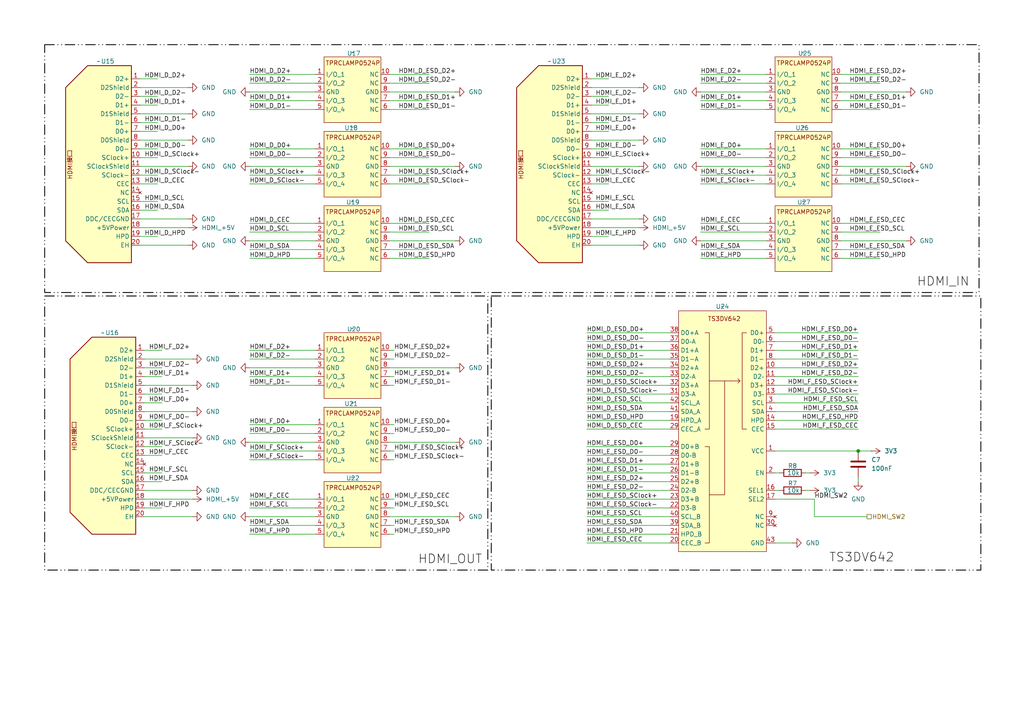
<source format=kicad_sch>
(kicad_sch (version 20231120) (generator "eeschema") (generator_version "8.0")
  (paper "A4")
  (lib_symbols
    (symbol "Device:C" (pin_numbers hide) (pin_names (offset 0.254))
      (property "Reference" "C" (at 0.635 2.54 0))
      (property "Value" "C" (at 0.635 -2.54 0))
      (symbol "C_0_1"
        (polyline (pts (xy -2.032 -0.762) (xy 2.032 -0.762)) (stroke (width 0.508)))
        (polyline (pts (xy -2.032 0.762) (xy 2.032 0.762)) (stroke (width 0.508)))
      )
      (symbol "C_1_1"
        (pin passive line (at 0 3.81 270) (length 2.794) (name "~") (number "1"))
        (pin passive line (at 0 -3.81 90) (length 2.794) (name "~") (number "2"))
      )
    )
    (symbol "Device:R" (pin_numbers hide) (pin_names (offset 0))
      (property "Reference" "R" (at 2.032 0 90))
      (property "Value" "R" (at 0 0 90))
      (symbol "R_0_1"
        (rectangle (start -1.016 -2.54) (end 1.016 2.54) (stroke (width 0.254)))
      )
      (symbol "R_1_1"
        (pin passive line (at 0 3.81 270) (length 1.27) (name "~") (number "1"))
        (pin passive line (at 0 -3.81 90) (length 1.27) (name "~") (number "2"))
      )
    )
    (symbol "HdmiSwitch:HDMI-001C"
      (property "Reference" "U" (at -0.254 2.286 0))
      (symbol "HDMI-001C_1_1"
        (polyline (pts (xy 0 0) (xy 12.7 0) (xy 19.05 -6.35) (xy 19.05 -50.8) (xy 12.7 -57.15) (xy 0 -57.15) (xy 0 0)) (stroke (width 0.254)) (fill (type background)))
        (text "HDMI接口" (at 17.78 -28.702 900) (effects (font (size 1.27 1.27))))
        (pin passive line (at -2.54 -3.81 0) (length 2.54) (name "D2+") (number "1"))
        (pin passive line (at -2.54 -26.67 0) (length 2.54) (name "SClock+") (number "10"))
        (pin passive line (at -2.54 -29.21 0) (length 2.54) (name "SClockShield") (number "11"))
        (pin passive line (at -2.54 -31.75 0) (length 2.54) (name "SClock-") (number "12"))
        (pin passive line (at -2.54 -34.29 0) (length 2.54) (name "CEC") (number "13"))
        (pin no_connect line (at -2.54 -36.83 0) (length 2.54) (name "NC") (number "14"))
        (pin passive line (at -2.54 -39.37 0) (length 2.54) (name "SCL") (number "15"))
        (pin passive line (at -2.54 -41.91 0) (length 2.54) (name "SDA") (number "16"))
        (pin power_in line (at -2.54 -44.45 0) (length 2.54) (name "DDC/CECGND") (number "17"))
        (pin power_in line (at -2.54 -46.99 0) (length 2.54) (name "+5VPower") (number "18"))
        (pin passive line (at -2.54 -49.53 0) (length 2.54) (name "HPD") (number "19"))
        (pin passive line (at -2.54 -6.35 0) (length 2.54) (name "D2Shield") (number "2"))
        (pin power_in line (at -2.54 -52.07 0) (length 2.54) (name "EH") (number "20"))
        (pin passive line (at -2.54 -8.89 0) (length 2.54) (name "D2-") (number "3"))
        (pin passive line (at -2.54 -11.43 0) (length 2.54) (name "D1+") (number "4"))
        (pin passive line (at -2.54 -13.97 0) (length 2.54) (name "D1Shield") (number "5"))
        (pin passive line (at -2.54 -16.51 0) (length 2.54) (name "D1-") (number "6"))
        (pin passive line (at -2.54 -19.05 0) (length 2.54) (name "D0+") (number "7"))
        (pin passive line (at -2.54 -21.59 0) (length 2.54) (name "D0Shield") (number "8"))
        (pin passive line (at -2.54 -24.13 0) (length 2.54) (name "D0-") (number "9"))
      )
    )
    (symbol "HdmiSwitch:TPRCLAMP0524P"
      (property "Reference" "U" (at 7.874 0.762 0))
      (symbol "TPRCLAMP0524P_1_1"
        (rectangle (start 0 0) (end 16.51 -19.05) (fill (type background)))
        (text "TPRCLAMP0524P" (at 8.382 -1.778 0) (effects (font (size 1.27 1.27))))
        (pin passive line (at -2.54 -5.08 0) (length 2.54) (name "I/O_1") (number "1"))
        (pin passive line (at 19.05 -5.08 180) (length 2.54) (name "NC") (number "10"))
        (pin passive line (at -2.54 -7.62 0) (length 2.54) (name "I/O_2") (number "2"))
        (pin power_in line (at -2.54 -10.16 0) (length 2.54) (name "GND") (number "3"))
        (pin passive line (at -2.54 -12.7 0) (length 2.54) (name "I/O_3") (number "4"))
        (pin passive line (at -2.54 -15.24 0) (length 2.54) (name "I/O_4") (number "5"))
        (pin passive line (at 19.05 -15.24 180) (length 2.54) (name "NC") (number "6"))
        (pin passive line (at 19.05 -12.7 180) (length 2.54) (name "NC") (number "7"))
        (pin passive line (at 19.05 -10.16 180) (length 2.54) (name "GND") (number "8"))
        (pin passive line (at 19.05 -7.62 180) (length 2.54) (name "NC") (number "9"))
      )
    )
    (symbol "HdmiSwitch:TS3DV642"
      (property "Reference" "U" (at 0 1.524 0))
      (symbol "TS3DV642_0_1"
        (polyline (pts (xy 8.89 -20.32) (xy 13.335 -20.32)))
        (polyline (pts (xy 15.24 -20.32) (xy 17.145 -20.32)))
        (polyline (pts (xy 17.145 -20.32) (xy 17.78 -20.32)))
        (polyline (pts (xy 17.78 -20.32) (xy 17.145 -20.955)))
        (polyline (pts (xy 17.78 -20.32) (xy 17.145 -19.685)))
        (polyline (pts (xy 8.89 -53.34) (xy 13.335 -53.34) (xy 13.335 -20.32) (xy 15.24 -20.32)))
      )
      (symbol "TS3DV642_1_1"
        (polyline (pts (xy 7.62 -39.37) (xy 8.89 -39.37) (xy 8.89 -67.31) (xy 7.62 -67.31)))
        (polyline (pts (xy 7.62 -6.35) (xy 8.89 -6.35) (xy 8.89 -34.29) (xy 7.62 -34.29)))
        (polyline (pts (xy 19.685 -6.35) (xy 18.415 -6.35) (xy 18.415 -34.29) (xy 19.685 -34.29)))
        (rectangle (start 0 0) (end 25.4 -69.85) (fill (type background)))
        (rectangle (start 8.89 -10.795) (end 8.89 -10.795))
        (text "TS3DV642" (at 13.208 -2.286 0) (effects (font (size 1.27 1.27))))
        (pin power_in line (at 27.94 -40.64 180) (length 2.54) (name "VCC") (number "1"))
        (pin passive line (at 27.94 -16.51 180) (length 2.54) (name "D2+") (number "10"))
        (pin passive line (at 27.94 -19.05 180) (length 2.54) (name "D2–") (number "11"))
        (pin passive line (at 27.94 -21.59 180) (length 2.54) (name "D3+") (number "12"))
        (pin passive line (at 27.94 -24.13 180) (length 2.54) (name "D3–") (number "13"))
        (pin passive line (at 27.94 -31.75 180) (length 2.54) (name "HPD") (number "14"))
        (pin passive line (at 27.94 -34.29 180) (length 2.54) (name "CEC") (number "15"))
        (pin passive line (at 27.94 -52.07 180) (length 2.54) (name "SEL1") (number "16"))
        (pin passive line (at 27.94 -54.61 180) (length 2.54) (name "SEL2") (number "17"))
        (pin passive line (at -2.54 -31.75 0) (length 2.54) (name "HPD_A") (number "19"))
        (pin passive line (at 27.94 -46.99 180) (length 2.54) (name "EN") (number "2"))
        (pin passive line (at -2.54 -67.31 0) (length 2.54) (name "CEC_B") (number "20"))
        (pin passive line (at -2.54 -64.77 0) (length 2.54) (name "HPD_B") (number "21"))
        (pin passive line (at -2.54 -57.15 0) (length 2.54) (name "D3–B") (number "22"))
        (pin passive line (at -2.54 -54.61 0) (length 2.54) (name "D3+B") (number "23"))
        (pin passive line (at -2.54 -52.07 0) (length 2.54) (name "D2–B") (number "24"))
        (pin passive line (at -2.54 -49.53 0) (length 2.54) (name "D2+B") (number "25"))
        (pin passive line (at -2.54 -46.99 0) (length 2.54) (name "D1-B") (number "26"))
        (pin passive line (at -2.54 -44.45 0) (length 2.54) (name "D1+B") (number "27"))
        (pin passive line (at -2.54 -41.91 0) (length 2.54) (name "D0–B") (number "28"))
        (pin passive line (at -2.54 -34.29 0) (length 2.54) (name "CEC_A") (number "29"))
        (pin passive line (at -2.54 -39.37 0) (length 2.54) (name "D0+B") (number "29"))
        (pin passive line (at 27.94 -26.67 180) (length 2.54) (name "SCL") (number "3"))
        (pin no_connect line (at 27.94 -62.23 180) (length 2.54) (name "NC") (number "30"))
        (pin passive line (at -2.54 -24.13 0) (length 2.54) (name "D3–A") (number "31"))
        (pin passive line (at -2.54 -21.59 0) (length 2.54) (name "D3+A") (number "32"))
        (pin passive line (at -2.54 -19.05 0) (length 2.54) (name "D2–A") (number "33"))
        (pin passive line (at -2.54 -16.51 0) (length 2.54) (name "D2+A") (number "34"))
        (pin passive line (at -2.54 -13.97 0) (length 2.54) (name "D1-A") (number "35"))
        (pin passive line (at -2.54 -11.43 0) (length 2.54) (name "D1+A") (number "36"))
        (pin passive line (at -2.54 -8.89 0) (length 2.54) (name "D0–A") (number "37"))
        (pin passive line (at -2.54 -6.35 0) (length 2.54) (name "D0+A") (number "38"))
        (pin passive line (at -2.54 -62.23 0) (length 2.54) (name "SDA_B") (number "39"))
        (pin passive line (at 27.94 -29.21 180) (length 2.54) (name "SDA") (number "4"))
        (pin passive line (at -2.54 -59.69 0) (length 2.54) (name "SCL_B") (number "40"))
        (pin passive line (at -2.54 -29.21 0) (length 2.54) (name "SDA_A") (number "41"))
        (pin passive line (at -2.54 -26.67 0) (length 2.54) (name "SCL_A") (number "42"))
        (pin power_in line (at 27.94 -67.31 180) (length 2.54) (name "GND") (number "43"))
        (pin passive line (at 27.94 -6.35 180) (length 2.54) (name "D0+") (number "5"))
        (pin passive line (at 27.94 -8.89 180) (length 2.54) (name "D0–") (number "6"))
        (pin passive line (at 27.94 -11.43 180) (length 2.54) (name "D1+") (number "7"))
        (pin passive line (at 27.94 -13.97 180) (length 2.54) (name "D1-") (number "8"))
        (pin no_connect line (at 27.94 -59.69 180) (length 2.54) (name "NC") (number "9"))
      )
    )
    (symbol "power:GND" (power) (pin_numbers hide) (pin_names (offset 0) hide)
      (property "Value" "GND" (at 0 -3.81 0))
      (symbol "GND_0_1"
        (polyline (pts (xy 0 0) (xy 0 -1.27) (xy 1.27 -1.27) (xy 0 -2.54) (xy -1.27 -1.27) (xy 0 -1.27)))
      )
      (symbol "GND_1_1"
        (pin power_in line (at 0 0 270) (length 0) (name "~") (number "1"))
      )
    )
    (symbol "power:VCC" (power) (pin_numbers hide) (pin_names (offset 0) hide)
      (property "Value" "VCC" (at 0 3.556 0))
      (symbol "VCC_0_1"
        (polyline (pts (xy -0.762 1.27) (xy 0 2.54)))
        (polyline (pts (xy 0 0) (xy 0 2.54)))
        (polyline (pts (xy 0 2.54) (xy 0.762 1.27)))
      )
      (symbol "VCC_1_1"
        (pin power_in line (at 0 0 90) (length 0) (name "~") (number "1"))
      )
    )
  )
  (junction (at 248.92 130.81))
  (wire (pts (xy 171.45 68.58) (xy 176.53 68.58)))
  (wire (pts (xy 40.64 50.8) (xy 45.72 50.8)))
  (wire (pts (xy 113.03 72.39) (xy 124.46 72.39)))
  (wire (pts (xy 114.3 125.73) (xy 113.03 125.73)))
  (wire (pts (xy 222.25 69.85) (xy 203.2 69.85)))
  (wire (pts (xy 41.91 114.3) (xy 46.99 114.3)))
  (wire (pts (xy 41.91 101.6) (xy 46.99 101.6)))
  (wire (pts (xy 248.92 106.68) (xy 224.79 106.68)))
  (wire (pts (xy 40.64 43.18) (xy 45.72 43.18)))
  (wire (pts (xy 72.39 111.76) (xy 91.44 111.76)))
  (wire (pts (xy 72.39 45.72) (xy 91.44 45.72)))
  (wire (pts (xy 41.91 137.16) (xy 46.99 137.16)))
  (wire (pts (xy 114.3 104.14) (xy 113.03 104.14)))
  (wire (pts (xy 72.39 101.6) (xy 91.44 101.6)))
  (wire (pts (xy 171.45 66.04) (xy 185.42 66.04)))
  (wire (pts (xy 203.2 24.13) (xy 222.25 24.13)))
  (wire (pts (xy 170.18 99.06) (xy 194.31 99.06)))
  (wire (pts (xy 222.25 26.67) (xy 203.2 26.67)))
  (wire (pts (xy 170.18 137.16) (xy 194.31 137.16)))
  (wire (pts (xy 171.45 53.34) (xy 176.53 53.34)))
  (wire (pts (xy 248.92 121.92) (xy 224.79 121.92)))
  (wire (pts (xy 226.06 137.16) (xy 224.79 137.16)))
  (wire (pts (xy 203.2 45.72) (xy 222.25 45.72)))
  (wire (pts (xy 171.45 63.5) (xy 185.42 63.5)))
  (wire (pts (xy 248.92 101.6) (xy 224.79 101.6)))
  (wire (pts (xy 113.03 31.75) (xy 124.46 31.75)))
  (wire (pts (xy 170.18 149.86) (xy 194.31 149.86)))
  (wire (pts (xy 114.3 109.22) (xy 113.03 109.22)))
  (wire (pts (xy 113.03 21.59) (xy 124.46 21.59)))
  (wire (pts (xy 170.18 101.6) (xy 194.31 101.6)))
  (wire (pts (xy 113.03 43.18) (xy 124.46 43.18)))
  (wire (pts (xy 170.18 142.24) (xy 194.31 142.24)))
  (wire (pts (xy 243.84 64.77) (xy 255.27 64.77)))
  (wire (pts (xy 243.84 26.67) (xy 262.89 26.67)))
  (wire (pts (xy 41.91 139.7) (xy 46.99 139.7)))
  (wire (pts (xy 113.03 69.85) (xy 132.08 69.85)))
  (wire (pts (xy 41.91 104.14) (xy 55.88 104.14)))
  (wire (pts (xy 248.92 114.3) (xy 224.79 114.3)))
  (wire (pts (xy 171.45 48.26) (xy 185.42 48.26)))
  (wire (pts (xy 113.03 64.77) (xy 124.46 64.77)))
  (wire (pts (xy 72.39 53.34) (xy 91.44 53.34)))
  (wire (pts (xy 170.18 157.48) (xy 194.31 157.48)))
  (wire (pts (xy 40.64 68.58) (xy 45.72 68.58)))
  (wire (pts (xy 248.92 109.22) (xy 224.79 109.22)))
  (wire (pts (xy 114.3 147.32) (xy 113.03 147.32)))
  (wire (pts (xy 170.18 152.4) (xy 194.31 152.4)))
  (wire (pts (xy 170.18 129.54) (xy 194.31 129.54)))
  (wire (pts (xy 41.91 106.68) (xy 46.99 106.68)))
  (wire (pts (xy 40.64 27.94) (xy 45.72 27.94)))
  (wire (pts (xy 72.39 74.93) (xy 91.44 74.93)))
  (wire (pts (xy 91.44 106.68) (xy 72.39 106.68)))
  (wire (pts (xy 72.39 152.4) (xy 91.44 152.4)))
  (wire (pts (xy 248.92 130.81) (xy 252.73 130.81)))
  (wire (pts (xy 170.18 119.38) (xy 194.31 119.38)))
  (wire (pts (xy 233.68 137.16) (xy 234.95 137.16)))
  (wire (pts (xy 203.2 43.18) (xy 222.25 43.18)))
  (wire (pts (xy 40.64 33.02) (xy 54.61 33.02)))
  (wire (pts (xy 41.91 149.86) (xy 55.88 149.86)))
  (wire (pts (xy 40.64 60.96) (xy 45.72 60.96)))
  (wire (pts (xy 171.45 33.02) (xy 185.42 33.02)))
  (wire (pts (xy 243.84 50.8) (xy 255.27 50.8)))
  (wire (pts (xy 243.84 21.59) (xy 255.27 21.59)))
  (wire (pts (xy 41.91 109.22) (xy 46.99 109.22)))
  (wire (pts (xy 171.45 40.64) (xy 185.42 40.64)))
  (wire (pts (xy 91.44 26.67) (xy 72.39 26.67)))
  (wire (pts (xy 113.03 45.72) (xy 124.46 45.72)))
  (wire (pts (xy 72.39 64.77) (xy 91.44 64.77)))
  (wire (pts (xy 41.91 111.76) (xy 55.88 111.76)))
  (wire (pts (xy 114.3 154.94) (xy 113.03 154.94)))
  (wire (pts (xy 41.91 144.78) (xy 55.88 144.78)))
  (wire (pts (xy 72.39 133.35) (xy 91.44 133.35)))
  (wire (pts (xy 72.39 104.14) (xy 91.44 104.14)))
  (wire (pts (xy 72.39 43.18) (xy 91.44 43.18)))
  (wire (pts (xy 40.64 25.4) (xy 54.61 25.4)))
  (wire (pts (xy 113.03 26.67) (xy 132.08 26.67)))
  (wire (pts (xy 170.18 109.22) (xy 194.31 109.22)))
  (wire (pts (xy 171.45 35.56) (xy 176.53 35.56)))
  (wire (pts (xy 40.64 30.48) (xy 45.72 30.48)))
  (wire (pts (xy 72.39 144.78) (xy 91.44 144.78)))
  (wire (pts (xy 170.18 124.46) (xy 194.31 124.46)))
  (wire (pts (xy 171.45 38.1) (xy 176.53 38.1)))
  (wire (pts (xy 170.18 139.7) (xy 194.31 139.7)))
  (wire (pts (xy 170.18 96.52) (xy 194.31 96.52)))
  (wire (pts (xy 243.84 48.26) (xy 262.89 48.26)))
  (wire (pts (xy 91.44 128.27) (xy 72.39 128.27)))
  (wire (pts (xy 72.39 31.75) (xy 91.44 31.75)))
  (wire (pts (xy 170.18 134.62) (xy 194.31 134.62)))
  (wire (pts (xy 236.22 149.86) (xy 236.22 144.78)))
  (wire (pts (xy 251.46 149.86) (xy 236.22 149.86)))
  (wire (pts (xy 113.03 48.26) (xy 132.08 48.26)))
  (wire (pts (xy 41.91 119.38) (xy 55.88 119.38)))
  (wire (pts (xy 248.92 111.76) (xy 224.79 111.76)))
  (wire (pts (xy 40.64 38.1) (xy 45.72 38.1)))
  (wire (pts (xy 40.64 66.04) (xy 54.61 66.04)))
  (wire (pts (xy 113.03 50.8) (xy 124.46 50.8)))
  (wire (pts (xy 40.64 22.86) (xy 45.72 22.86)))
  (wire (pts (xy 248.92 116.84) (xy 224.79 116.84)))
  (wire (pts (xy 170.18 121.92) (xy 194.31 121.92)))
  (wire (pts (xy 170.18 144.78) (xy 194.31 144.78)))
  (wire (pts (xy 91.44 48.26) (xy 72.39 48.26)))
  (wire (pts (xy 170.18 114.3) (xy 194.31 114.3)))
  (wire (pts (xy 203.2 72.39) (xy 222.25 72.39)))
  (wire (pts (xy 243.84 53.34) (xy 255.27 53.34)))
  (wire (pts (xy 41.91 129.54) (xy 46.99 129.54)))
  (wire (pts (xy 243.84 69.85) (xy 262.89 69.85)))
  (wire (pts (xy 113.03 29.21) (xy 124.46 29.21)))
  (wire (pts (xy 114.3 144.78) (xy 113.03 144.78)))
  (wire (pts (xy 248.92 96.52) (xy 224.79 96.52)))
  (wire (pts (xy 41.91 124.46) (xy 46.99 124.46)))
  (wire (pts (xy 243.84 43.18) (xy 255.27 43.18)))
  (wire (pts (xy 224.79 157.48) (xy 229.87 157.48)))
  (wire (pts (xy 72.39 50.8) (xy 91.44 50.8)))
  (wire (pts (xy 224.79 142.24) (xy 226.06 142.24)))
  (wire (pts (xy 203.2 53.34) (xy 222.25 53.34)))
  (wire (pts (xy 170.18 132.08) (xy 194.31 132.08)))
  (wire (pts (xy 243.84 24.13) (xy 255.27 24.13)))
  (wire (pts (xy 113.03 74.93) (xy 124.46 74.93)))
  (wire (pts (xy 41.91 116.84) (xy 46.99 116.84)))
  (wire (pts (xy 248.92 104.14) (xy 224.79 104.14)))
  (wire (pts (xy 170.18 147.32) (xy 194.31 147.32)))
  (wire (pts (xy 248.92 119.38) (xy 224.79 119.38)))
  (wire (pts (xy 40.64 63.5) (xy 54.61 63.5)))
  (wire (pts (xy 171.45 30.48) (xy 176.53 30.48)))
  (wire (pts (xy 170.18 111.76) (xy 194.31 111.76)))
  (wire (pts (xy 113.03 128.27) (xy 132.08 128.27)))
  (wire (pts (xy 72.39 125.73) (xy 91.44 125.73)))
  (wire (pts (xy 91.44 69.85) (xy 72.39 69.85)))
  (wire (pts (xy 243.84 45.72) (xy 255.27 45.72)))
  (wire (pts (xy 203.2 31.75) (xy 222.25 31.75)))
  (wire (pts (xy 243.84 31.75) (xy 255.27 31.75)))
  (wire (pts (xy 72.39 29.21) (xy 91.44 29.21)))
  (wire (pts (xy 40.64 71.12) (xy 54.61 71.12)))
  (wire (pts (xy 72.39 67.31) (xy 91.44 67.31)))
  (wire (pts (xy 222.25 48.26) (xy 203.2 48.26)))
  (wire (pts (xy 171.45 58.42) (xy 176.53 58.42)))
  (wire (pts (xy 248.92 99.06) (xy 224.79 99.06)))
  (wire (pts (xy 171.45 25.4) (xy 185.42 25.4)))
  (wire (pts (xy 91.44 149.86) (xy 72.39 149.86)))
  (wire (pts (xy 41.91 132.08) (xy 46.99 132.08)))
  (wire (pts (xy 170.18 106.68) (xy 194.31 106.68)))
  (wire (pts (xy 224.79 130.81) (xy 248.92 130.81)))
  (wire (pts (xy 41.91 127) (xy 55.88 127)))
  (wire (pts (xy 203.2 29.21) (xy 222.25 29.21)))
  (wire (pts (xy 243.84 29.21) (xy 255.27 29.21)))
  (wire (pts (xy 114.3 152.4) (xy 113.03 152.4)))
  (wire (pts (xy 203.2 64.77) (xy 222.25 64.77)))
  (wire (pts (xy 113.03 67.31) (xy 124.46 67.31)))
  (wire (pts (xy 72.39 72.39) (xy 91.44 72.39)))
  (wire (pts (xy 113.03 149.86) (xy 132.08 149.86)))
  (wire (pts (xy 236.22 144.78) (xy 224.79 144.78)))
  (wire (pts (xy 243.84 67.31) (xy 255.27 67.31)))
  (wire (pts (xy 114.3 133.35) (xy 113.03 133.35)))
  (wire (pts (xy 40.64 35.56) (xy 45.72 35.56)))
  (wire (pts (xy 203.2 67.31) (xy 222.25 67.31)))
  (wire (pts (xy 203.2 50.8) (xy 222.25 50.8)))
  (wire (pts (xy 114.3 111.76) (xy 113.03 111.76)))
  (wire (pts (xy 113.03 106.68) (xy 132.08 106.68)))
  (wire (pts (xy 248.92 138.43) (xy 248.92 139.7)))
  (wire (pts (xy 243.84 72.39) (xy 255.27 72.39)))
  (wire (pts (xy 170.18 154.94) (xy 194.31 154.94)))
  (wire (pts (xy 114.3 123.19) (xy 113.03 123.19)))
  (wire (pts (xy 171.45 22.86) (xy 176.53 22.86)))
  (wire (pts (xy 40.64 40.64) (xy 54.61 40.64)))
  (wire (pts (xy 203.2 21.59) (xy 222.25 21.59)))
  (wire (pts (xy 72.39 109.22) (xy 91.44 109.22)))
  (wire (pts (xy 114.3 101.6) (xy 113.03 101.6)))
  (wire (pts (xy 170.18 116.84) (xy 194.31 116.84)))
  (wire (pts (xy 72.39 21.59) (xy 91.44 21.59)))
  (wire (pts (xy 41.91 147.32) (xy 46.99 147.32)))
  (wire (pts (xy 203.2 74.93) (xy 222.25 74.93)))
  (wire (pts (xy 171.45 27.94) (xy 176.53 27.94)))
  (wire (pts (xy 40.64 45.72) (xy 45.72 45.72)))
  (wire (pts (xy 171.45 60.96) (xy 176.53 60.96)))
  (wire (pts (xy 41.91 121.92) (xy 46.99 121.92)))
  (wire (pts (xy 171.45 50.8) (xy 176.53 50.8)))
  (wire (pts (xy 40.64 53.34) (xy 45.72 53.34)))
  (wire (pts (xy 72.39 123.19) (xy 91.44 123.19)))
  (wire (pts (xy 170.18 104.14) (xy 194.31 104.14)))
  (wire (pts (xy 41.91 142.24) (xy 55.88 142.24)))
  (wire (pts (xy 233.68 142.24) (xy 234.95 142.24)))
  (wire (pts (xy 72.39 24.13) (xy 91.44 24.13)))
  (wire (pts (xy 40.64 58.42) (xy 45.72 58.42)))
  (wire (pts (xy 171.45 71.12) (xy 185.42 71.12)))
  (wire (pts (xy 72.39 154.94) (xy 91.44 154.94)))
  (wire (pts (xy 248.92 124.46) (xy 224.79 124.46)))
  (wire (pts (xy 72.39 147.32) (xy 91.44 147.32)))
  (wire (pts (xy 243.84 74.93) (xy 255.27 74.93)))
  (wire (pts (xy 40.64 48.26) (xy 54.61 48.26)))
  (wire (pts (xy 114.3 130.81) (xy 113.03 130.81)))
  (wire (pts (xy 171.45 43.18) (xy 176.53 43.18)))
  (wire (pts (xy 72.39 130.81) (xy 91.44 130.81)))
  (wire (pts (xy 113.03 53.34) (xy 124.46 53.34)))
  (wire (pts (xy 113.03 24.13) (xy 124.46 24.13)))
  (wire (pts (xy 171.45 45.72) (xy 176.53 45.72)))
  (rectangle (start 12.954 12.954) (end 283.972 84.836) (stroke (width 0.254) (type dash_dot_dot) (color 0 0 0 1)))
  (rectangle (start 142.494 85.852) (end 284.48 165.354) (stroke (width 0.254) (type dash_dot_dot) (color 0 0 0 1)))
  (rectangle (start 12.954 85.852) (end 141.478 165.354) (stroke (width 0.254) (type dash_dot_dot) (color 0 0 0 1)))
  (text "TS3DV642" (at 249.936 161.798 0) (effects (font (size 2.54 2.54))))
  (text "HDMI_OUT" (at 130.556 162.306 0) (effects (font (size 2.54 2.54))))
  (text "HDMI_IN" (at 273.558 81.788 0) (effects (font (size 2.54 2.54))))
  (label "HDMI_E_D2-" (at 203.2 24.13 0))
  (label "HDMI_D_ESD_D0-" (at 115.57 45.72 0))
  (label "HDMI_F_ESD_HPD" (at 114.3 154.94 0))
  (label "HDMI_F_D1+" (at 43.18 109.22 0))
  (label "HDMI_E_D1-" (at 172.72 35.56 0))
  (label "HDMI_F_ESD_D1+" (at 248.92 101.6 180))
  (label "HDMI_E_D2+" (at 172.72 22.86 0))
  (label "HDMI_F_ESD_D2+" (at 248.92 106.68 180))
  (label "HDMI_D_ESD_HPD" (at 170.18 121.92 0))
  (label "HDMI_F_HPD" (at 72.39 154.94 0))
  (label "HDMI_D_ESD_D0+" (at 115.57 43.18 0))
  (label "HDMI_D_ESD_D2-" (at 170.18 109.22 0))
  (label "HDMI_F_D0-" (at 43.18 121.92 0))
  (label "HDMI_F_ESD_SClock+" (at 248.92 111.76 180))
  (label "HDMI_E_CEC" (at 172.72 53.34 0))
  (label "HDMI_F_D0+" (at 72.39 123.19 0))
  (label "HDMI_F_ESD_SCL" (at 248.92 116.84 180))
  (label "HDMI_D_ESD_D2+" (at 115.57 21.59 0))
  (label "HDMI_E_ESD_D0-" (at 246.38 45.72 0))
  (label "HDMI_F_D2-" (at 43.18 106.68 0))
  (label "HDMI_D_D0+" (at 72.39 43.18 0))
  (label "HDMI_E_D0-" (at 203.2 45.72 0))
  (label "HDMI_E_ESD_SClock+" (at 170.18 144.78 0))
  (label "HDMI_E_D0+" (at 172.72 38.1 0))
  (label "HDMI_D_D0-" (at 72.39 45.72 0))
  (label "HDMI_E_ESD_D2+" (at 170.18 139.7 0))
  (label "HDMI_F_SCL" (at 43.18 137.16 0))
  (label "HDMI_D_D2+" (at 41.91 22.86 0))
  (label "HDMI_F_ESD_SClock+" (at 114.3 130.81 0))
  (label "HDMI_D_ESD_CEC" (at 115.57 64.77 0))
  (label "HDMI_D_SCL" (at 72.39 67.31 0))
  (label "HDMI_E_D0+" (at 203.2 43.18 0))
  (label "HDMI_E_ESD_SDA" (at 246.38 72.39 0))
  (label "HDMI_E_ESD_CEC" (at 170.18 157.48 0))
  (label "HDMI_F_SCL" (at 72.39 147.32 0))
  (label "HDMI_D_CEC" (at 41.91 53.34 0))
  (label "HDMI_E_ESD_CEC" (at 246.38 64.77 0))
  (label "HDMI_E_SClock-" (at 172.72 50.8 0))
  (label "HDMI_D_ESD_SDA" (at 170.18 119.38 0))
  (label "HDMI_SW2" (at 236.22 144.78 0))
  (label "HDMI_D_ESD_D2-" (at 115.57 24.13 0))
  (label "HDMI_D_D1+" (at 72.39 29.21 0))
  (label "HDMI_E_ESD_SClock-" (at 246.38 53.34 0))
  (label "HDMI_E_D0-" (at 172.72 43.18 0))
  (label "HDMI_E_ESD_D1-" (at 246.38 31.75 0))
  (label "HDMI_F_SDA" (at 72.39 152.4 0))
  (label "HDMI_E_SClock-" (at 203.2 53.34 0))
  (label "HDMI_F_D1-" (at 43.18 114.3 0))
  (label "HDMI_E_SDA" (at 203.2 72.39 0))
  (label "HDMI_E_ESD_D0+" (at 246.38 43.18 0))
  (label "HDMI_E_ESD_D2+" (at 246.38 21.59 0))
  (label "HDMI_E_ESD_D2-" (at 170.18 142.24 0))
  (label "HDMI_D_D2-" (at 72.39 24.13 0))
  (label "HDMI_F_D0-" (at 72.39 125.73 0))
  (label "HDMI_F_ESD_HPD" (at 248.92 121.92 180))
  (label "HDMI_E_D1-" (at 203.2 31.75 0))
  (label "HDMI_D_ESD_SCL" (at 115.57 67.31 0))
  (label "HDMI_F_ESD_D2-" (at 248.92 109.22 180))
  (label "HDMI_F_HPD" (at 43.18 147.32 0))
  (label "HDMI_D_SDA" (at 72.39 72.39 0))
  (label "HDMI_E_ESD_D1+" (at 246.38 29.21 0))
  (label "HDMI_D_D1-" (at 41.91 35.56 0))
  (label "HDMI_F_ESD_D0-" (at 248.92 99.06 180))
  (label "HDMI_E_ESD_SCL" (at 246.38 67.31 0))
  (label "HDMI_E_CEC" (at 203.2 64.77 0))
  (label "HDMI_F_CEC" (at 72.39 144.78 0))
  (label "HDMI_E_ESD_D2-" (at 246.38 24.13 0))
  (label "HDMI_E_ESD_HPD" (at 246.38 74.93 0))
  (label "HDMI_D_SClock-" (at 41.91 50.8 0))
  (label "HDMI_F_SClock-" (at 72.39 133.35 0))
  (label "HDMI_F_SClock+" (at 43.18 124.46 0))
  (label "HDMI_E_SClock+" (at 172.72 45.72 0))
  (label "HDMI_D_ESD_SCL" (at 170.18 116.84 0))
  (label "HDMI_E_ESD_SCL" (at 170.18 149.86 0))
  (label "HDMI_D_SClock+" (at 41.91 45.72 0))
  (label "HDMI_E_SCL" (at 203.2 67.31 0))
  (label "HDMI_D_ESD_SClock+" (at 115.57 50.8 0))
  (label "HDMI_E_D2-" (at 172.72 27.94 0))
  (label "HDMI_D_ESD_D0-" (at 170.18 99.06 0))
  (label "HDMI_E_HPD" (at 172.72 68.58 0))
  (label "HDMI_F_ESD_D1-" (at 248.92 104.14 180))
  (label "HDMI_D_ESD_HPD" (at 115.57 74.93 0))
  (label "HDMI_F_D2+" (at 72.39 101.6 0))
  (label "HDMI_F_ESD_CEC" (at 114.3 144.78 0))
  (label "HDMI_D_SDA" (at 41.91 60.96 0))
  (label "HDMI_F_D2-" (at 72.39 104.14 0))
  (label "HDMI_F_ESD_SDA" (at 248.92 119.38 180))
  (label "HDMI_D_HPD" (at 72.39 74.93 0))
  (label "HDMI_E_ESD_D0-" (at 170.18 132.08 0))
  (label "HDMI_F_SDA" (at 43.18 139.7 0))
  (label "HDMI_D_ESD_CEC" (at 170.18 124.46 0))
  (label "HDMI_D_SClock+" (at 72.39 50.8 0))
  (label "HDMI_E_SDA" (at 172.72 60.96 0))
  (label "HDMI_F_SClock-" (at 43.18 129.54 0))
  (label "HDMI_D_ESD_SClock-" (at 115.57 53.34 0))
  (label "HDMI_E_ESD_D0+" (at 170.18 129.54 0))
  (label "HDMI_D_D2-" (at 41.91 27.94 0))
  (label "HDMI_F_ESD_D2+" (at 114.3 101.6 0))
  (label "HDMI_D_D0-" (at 41.91 43.18 0))
  (label "HDMI_F_ESD_D1-" (at 114.3 111.76 0))
  (label "HDMI_F_ESD_D0+" (at 248.92 96.52 180))
  (label "HDMI_E_SCL" (at 172.72 58.42 0))
  (label "HDMI_D_D1-" (at 72.39 31.75 0))
  (label "HDMI_D_D0+" (at 41.91 38.1 0))
  (label "HDMI_E_ESD_D1+" (at 170.18 134.62 0))
  (label "HDMI_D_ESD_D1+" (at 115.57 29.21 0))
  (label "HDMI_F_ESD_D1+" (at 114.3 109.22 0))
  (label "HDMI_F_ESD_D0-" (at 114.3 125.73 0))
  (label "HDMI_E_ESD_HPD" (at 170.18 154.94 0))
  (label "HDMI_D_D1+" (at 41.91 30.48 0))
  (label "HDMI_F_ESD_SCL" (at 114.3 147.32 0))
  (label "HDMI_D_D2+" (at 72.39 21.59 0))
  (label "HDMI_D_ESD_D2+" (at 170.18 106.68 0))
  (label "HDMI_F_D1-" (at 72.39 111.76 0))
  (label "HDMI_F_D0+" (at 43.18 116.84 0))
  (label "HDMI_F_ESD_D0+" (at 114.3 123.19 0))
  (label "HDMI_F_D1+" (at 72.39 109.22 0))
  (label "HDMI_D_SCL" (at 41.91 58.42 0))
  (label "HDMI_E_ESD_SDA" (at 170.18 152.4 0))
  (label "HDMI_E_HPD" (at 203.2 74.93 0))
  (label "HDMI_D_SClock-" (at 72.39 53.34 0))
  (label "HDMI_D_HPD" (at 41.91 68.58 0))
  (label "HDMI_F_ESD_D2-" (at 114.3 104.14 0))
  (label "HDMI_D_ESD_D1-" (at 115.57 31.75 0))
  (label "HDMI_F_D2+" (at 43.18 101.6 0))
  (label "HDMI_F_ESD_CEC" (at 248.92 124.46 180))
  (label "HDMI_F_SClock+" (at 72.39 130.81 0))
  (label "HDMI_D_ESD_SDA" (at 115.57 72.39 0))
  (label "HDMI_D_ESD_D1+" (at 170.18 101.6 0))
  (label "HDMI_F_ESD_SClock-" (at 248.92 114.3 180))
  (label "HDMI_E_D1+" (at 172.72 30.48 0))
  (label "HDMI_E_ESD_SClock-" (at 170.18 147.32 0))
  (label "HDMI_D_ESD_D0+" (at 170.18 96.52 0))
  (label "HDMI_D_ESD_SClock-" (at 170.18 114.3 0))
  (label "HDMI_F_ESD_SDA" (at 114.3 152.4 0))
  (label "HDMI_E_D2+" (at 203.2 21.59 0))
  (label "HDMI_E_ESD_SClock+" (at 246.38 50.8 0))
  (label "HDMI_E_D1+" (at 203.2 29.21 0))
  (label "HDMI_E_ESD_D1-" (at 170.18 137.16 0))
  (label "HDMI_F_ESD_SClock-" (at 114.3 133.35 0))
  (label "HDMI_D_CEC" (at 72.39 64.77 0))
  (label "HDMI_F_CEC" (at 43.18 132.08 0))
  (label "HDMI_D_ESD_SClock+" (at 170.18 111.76 0))
  (label "HDMI_E_SClock+" (at 203.2 50.8 0))
  (label "HDMI_D_ESD_D1-" (at 170.18 104.14 0))
  (hierarchical_label "HDMI_SW2" (shape passive) (at 251.46 149.86 0))
  (symbol (lib_id "power:GND") (at 229.87 157.48 90) (unit 1)
    (property "Reference" "#PWR090" (effects (hide yes)))
    (property "Value" "GND" (at 233.68 157.4799 90) (effects (justify right)))
    (property "Description" "Power symbol creates a global label with name \"GND\" , ground" (effects (hide yes)))
  )
  (symbol (lib_id "power:GND") (at 54.61 48.26 90) (unit 1)
    (property "Reference" "#PWR057" (effects (hide yes)))
    (property "Value" "GND" (at 58.42 48.2599 90) (effects (justify right)))
    (property "Description" "Power symbol creates a global label with name \"GND\" , ground" (effects (hide yes)))
  )
  (symbol (lib_id "power:VCC") (at 252.73 130.81 270) (unit 1)
    (property "Reference" "#PWR094" (effects (hide yes)))
    (property "Value" "3V3" (at 256.54 130.8099 90) (effects (justify left)))
    (property "Description" "Power symbol creates a global label with name \"VCC\"" (effects (hide yes)))
  )
  (symbol (lib_id "power:GND") (at 54.61 63.5 90) (unit 1)
    (property "Reference" "#PWR058" (effects (hide yes)))
    (property "Value" "GND" (at 58.42 63.4999 90) (effects (justify right)))
    (property "Description" "Power symbol creates a global label with name \"GND\" , ground" (effects (hide yes)))
  )
  (symbol (lib_id "power:GND") (at 185.42 25.4 90) (unit 1)
    (property "Reference" "#PWR080" (effects (hide yes)))
    (property "Value" "GND" (at 189.23 25.3999 90) (effects (justify right)))
    (property "Description" "Power symbol creates a global label with name \"GND\" , ground" (effects (hide yes)))
  )
  (symbol (lib_id "power:GND") (at 55.88 111.76 90) (unit 1)
    (property "Reference" "#PWR062" (effects (hide yes)))
    (property "Value" "GND" (at 59.69 111.7599 90) (effects (justify right)))
    (property "Description" "Power symbol creates a global label with name \"GND\" , ground" (effects (hide yes)))
  )
  (symbol (lib_id "power:GND") (at 55.88 149.86 90) (unit 1)
    (property "Reference" "#PWR067" (effects (hide yes)))
    (property "Value" "GND" (at 59.69 149.8599 90) (effects (justify right)))
    (property "Description" "Power symbol creates a global label with name \"GND\" , ground" (effects (hide yes)))
  )
  (symbol (lib_id "power:GND") (at 185.42 33.02 90) (unit 1)
    (property "Reference" "#PWR081" (effects (hide yes)))
    (property "Value" "GND" (at 189.23 33.0199 90) (effects (justify right)))
    (property "Description" "Power symbol creates a global label with name \"GND\" , ground" (effects (hide yes)))
  )
  (symbol (lib_id "power:GND") (at 72.39 106.68 270) (unit 1)
    (property "Reference" "#PWR071" (effects (hide yes)))
    (property "Value" "GND" (at 68.58 106.6801 90) (effects (justify right)))
    (property "Description" "Power symbol creates a global label with name \"GND\" , ground" (effects (hide yes)))
  )
  (symbol (lib_id "power:GND") (at 262.89 26.67 90) (mirror x) (unit 1)
    (property "Reference" "#PWR095" (effects (hide yes)))
    (property "Value" "GND" (at 266.7 26.6701 90) (effects (justify right)))
    (property "Description" "Power symbol creates a global label with name \"GND\" , ground" (effects (hide yes)))
  )
  (symbol (lib_id "power:VCC") (at 185.42 66.04 270) (unit 1)
    (property "Reference" "#PWR085" (effects (hide yes)))
    (property "Value" "HDMI_+5V" (at 189.23 66.0399 90) (effects (justify left)))
    (property "Description" "Power symbol creates a global label with name \"VCC\"" (effects (hide yes)))
  )
  (symbol (lib_id "power:GND") (at 72.39 69.85 270) (unit 1)
    (property "Reference" "#PWR070" (effects (hide yes)))
    (property "Value" "GND" (at 68.58 69.8501 90) (effects (justify right)))
    (property "Description" "Power symbol creates a global label with name \"GND\" , ground" (effects (hide yes)))
  )
  (symbol (lib_id "HdmiSwitch:TPRCLAMP0524P") (at 224.79 16.51 0) (unit 1)
    (property "Reference" "U25" (at 233.426 15.494 0))
    (property "Value" "~" (at 233.045 15.24 0))
    (property "Datasheet" "https://atta.szlcsc.com/upload/public/pdf/source/20200604/C587147_4CD71A0409B53286C2412967744A86F2.pdf" (effects (hide yes)))
    (property "Description" " 静电和浪涌保护(TVS/ESD)" (effects (hide yes)))
  )
  (symbol (lib_id "Device:R") (at 229.87 142.24 90) (unit 1)
    (property "Reference" "R7" (at 229.87 140.208 90))
    (property "Value" "10k" (at 230.124 142.24 90))
    (property "Description" "Resistor" (effects (hide yes)))
  )
  (symbol (lib_id "power:GND") (at 132.08 69.85 90) (mirror x) (unit 1)
    (property "Reference" "#PWR076" (effects (hide yes)))
    (property "Value" "GND" (at 135.89 69.8501 90) (effects (justify right)))
    (property "Description" "Power symbol creates a global label with name \"GND\" , ground" (effects (hide yes)))
  )
  (symbol (lib_id "HdmiSwitch:TPRCLAMP0524P") (at 93.98 96.52 0) (unit 1)
    (property "Reference" "U20" (at 102.616 95.504 0))
    (property "Value" "~" (at 102.235 95.25 0))
    (property "Datasheet" "https://atta.szlcsc.com/upload/public/pdf/source/20200604/C587147_4CD71A0409B53286C2412967744A86F2.pdf" (effects (hide yes)))
    (property "Description" " 静电和浪涌保护(TVS/ESD)" (effects (hide yes)))
  )
  (symbol (lib_id "HdmiSwitch:TPRCLAMP0524P") (at 224.79 38.1 0) (unit 1)
    (property "Reference" "U26" (at 232.664 37.084 0))
    (property "Value" "~" (at 233.045 36.83 0))
    (property "Datasheet" "https://atta.szlcsc.com/upload/public/pdf/source/20200604/C587147_4CD71A0409B53286C2412967744A86F2.pdf" (effects (hide yes)))
    (property "Description" " 静电和浪涌保护(TVS/ESD)" (effects (hide yes)))
  )
  (symbol (lib_id "HdmiSwitch:TPRCLAMP0524P") (at 93.98 139.7 0) (unit 1)
    (property "Reference" "U22" (at 102.362 138.684 0))
    (property "Value" "~" (at 102.235 138.43 0))
    (property "Datasheet" "https://atta.szlcsc.com/upload/public/pdf/source/20200604/C587147_4CD71A0409B53286C2412967744A86F2.pdf" (effects (hide yes)))
    (property "Description" " 静电和浪涌保护(TVS/ESD)" (effects (hide yes)))
  )
  (symbol (lib_id "power:GND") (at 132.08 48.26 90) (mirror x) (unit 1)
    (property "Reference" "#PWR075" (effects (hide yes)))
    (property "Value" "GND" (at 135.89 48.2601 90) (effects (justify right)))
    (property "Description" "Power symbol creates a global label with name \"GND\" , ground" (effects (hide yes)))
  )
  (symbol (lib_id "power:GND") (at 185.42 48.26 90) (unit 1)
    (property "Reference" "#PWR083" (effects (hide yes)))
    (property "Value" "GND" (at 189.23 48.2599 90) (effects (justify right)))
    (property "Description" "Power symbol creates a global label with name \"GND\" , ground" (effects (hide yes)))
  )
  (symbol (lib_id "HdmiSwitch:TPRCLAMP0524P") (at 93.98 59.69 0) (unit 1)
    (property "Reference" "U19" (at 102.362 58.674 0))
    (property "Value" "~" (at 102.235 58.42 0))
    (property "Datasheet" "https://atta.szlcsc.com/upload/public/pdf/source/20200604/C587147_4CD71A0409B53286C2412967744A86F2.pdf" (effects (hide yes)))
    (property "Description" " 静电和浪涌保护(TVS/ESD)" (effects (hide yes)))
  )
  (symbol (lib_id "power:GND") (at 132.08 26.67 90) (mirror x) (unit 1)
    (property "Reference" "#PWR074" (effects (hide yes)))
    (property "Value" "GND" (at 135.89 26.6701 90) (effects (justify right)))
    (property "Description" "Power symbol creates a global label with name \"GND\" , ground" (effects (hide yes)))
  )
  (symbol (lib_id "power:GND") (at 203.2 69.85 270) (unit 1)
    (property "Reference" "#PWR089" (effects (hide yes)))
    (property "Value" "GND" (at 199.39 69.8501 90) (effects (justify right)))
    (property "Description" "Power symbol creates a global label with name \"GND\" , ground" (effects (hide yes)))
  )
  (symbol (lib_id "power:VCC") (at 55.88 144.78 270) (unit 1)
    (property "Reference" "#PWR066" (effects (hide yes)))
    (property "Value" "HDMI_+5V" (at 59.69 144.7799 90) (effects (justify left)))
    (property "Description" "Power symbol creates a global label with name \"VCC\"" (effects (hide yes)))
  )
  (symbol (lib_id "power:VCC") (at 234.95 142.24 270) (unit 1)
    (property "Reference" "#PWR091" (effects (hide yes)))
    (property "Value" "3V3" (at 238.76 142.2399 90) (effects (justify left)))
    (property "Description" "Power symbol creates a global label with name \"VCC\"" (effects (hide yes)))
  )
  (symbol (lib_id "power:GND") (at 203.2 26.67 270) (unit 1)
    (property "Reference" "#PWR087" (effects (hide yes)))
    (property "Value" "GND" (at 199.39 26.6701 90) (effects (justify right)))
    (property "Description" "Power symbol creates a global label with name \"GND\" , ground" (effects (hide yes)))
  )
  (symbol (lib_id "power:GND") (at 72.39 26.67 270) (unit 1)
    (property "Reference" "#PWR068" (effects (hide yes)))
    (property "Value" "GND" (at 68.58 26.6701 90) (effects (justify right)))
    (property "Description" "Power symbol creates a global label with name \"GND\" , ground" (effects (hide yes)))
  )
  (symbol (lib_id "HdmiSwitch:TPRCLAMP0524P") (at 224.79 59.69 0) (unit 1)
    (property "Reference" "U27" (at 233.172 58.674 0))
    (property "Value" "~" (at 233.045 58.42 0))
    (property "Datasheet" "https://atta.szlcsc.com/upload/public/pdf/source/20200604/C587147_4CD71A0409B53286C2412967744A86F2.pdf" (effects (hide yes)))
    (property "Description" " 静电和浪涌保护(TVS/ESD)" (effects (hide yes)))
  )
  (symbol (lib_id "power:GND") (at 72.39 48.26 270) (unit 1)
    (property "Reference" "#PWR069" (effects (hide yes)))
    (property "Value" "GND" (at 68.58 48.2601 90) (effects (justify right)))
    (property "Description" "Power symbol creates a global label with name \"GND\" , ground" (effects (hide yes)))
  )
  (symbol (lib_id "Device:R") (at 229.87 137.16 90) (unit 1)
    (property "Reference" "R8" (at 229.87 135.128 90))
    (property "Value" "10k" (at 230.124 137.16 90))
    (property "Description" "Resistor" (effects (hide yes)))
  )
  (symbol (lib_id "HdmiSwitch:TS3DV642") (at 196.85 90.17 0) (unit 1)
    (property "Reference" "U24" (at 209.55 88.9 0))
    (property "Value" "~" (at 209.55 88.9 0))
  )
  (symbol (lib_id "power:GND") (at 55.88 142.24 90) (unit 1)
    (property "Reference" "#PWR065" (effects (hide yes)))
    (property "Value" "GND" (at 59.69 142.2399 90) (effects (justify right)))
    (property "Description" "Power symbol creates a global label with name \"GND\" , ground" (effects (hide yes)))
  )
  (symbol (lib_id "Device:C") (at 248.92 134.62 0) (unit 1)
    (property "Reference" "C7" (at 252.73 133.3499 0) (effects (justify left)))
    (property "Value" "100nF" (at 252.73 135.8899 0) (effects (justify left)))
    (property "Description" "Unpolarized capacitor" (effects (hide yes)))
  )
  (symbol (lib_id "HdmiSwitch:TPRCLAMP0524P") (at 93.98 38.1 0) (unit 1)
    (property "Reference" "U18" (at 101.854 37.084 0))
    (property "Value" "~" (at 102.235 36.83 0))
    (property "Datasheet" "https://atta.szlcsc.com/upload/public/pdf/source/20200604/C587147_4CD71A0409B53286C2412967744A86F2.pdf" (effects (hide yes)))
    (property "Description" " 静电和浪涌保护(TVS/ESD)" (effects (hide yes)))
  )
  (symbol (lib_id "power:GND") (at 185.42 63.5 90) (unit 1)
    (property "Reference" "#PWR084" (effects (hide yes)))
    (property "Value" "GND" (at 189.23 63.4999 90) (effects (justify right)))
    (property "Description" "Power symbol creates a global label with name \"GND\" , ground" (effects (hide yes)))
  )
  (symbol (lib_id "power:GND") (at 55.88 104.14 90) (unit 1)
    (property "Reference" "#PWR061" (effects (hide yes)))
    (property "Value" "GND" (at 59.69 104.1399 90) (effects (justify right)))
    (property "Description" "Power symbol creates a global label with name \"GND\" , ground" (effects (hide yes)))
  )
  (symbol (lib_id "power:GND") (at 54.61 40.64 90) (unit 1)
    (property "Reference" "#PWR056" (effects (hide yes)))
    (property "Value" "GND" (at 58.42 40.6399 90) (effects (justify right)))
    (property "Description" "Power symbol creates a global label with name \"GND\" , ground" (effects (hide yes)))
  )
  (symbol (lib_id "power:GND") (at 248.92 139.7 0) (unit 1)
    (property "Reference" "#PWR093" (effects (hide yes)))
    (property "Value" "GND" (at 248.92 144.78 0))
    (property "Description" "Power symbol creates a global label with name \"GND\" , ground" (effects (hide yes)))
  )
  (symbol (lib_id "power:VCC") (at 234.95 137.16 270) (unit 1)
    (property "Reference" "#PWR092" (effects (hide yes)))
    (property "Value" "3V3" (at 238.76 137.1599 90) (effects (justify left)))
    (property "Description" "Power symbol creates a global label with name \"VCC\"" (effects (hide yes)))
  )
  (symbol (lib_id "power:GND") (at 54.61 25.4 90) (unit 1)
    (property "Reference" "#PWR054" (effects (hide yes)))
    (property "Value" "GND" (at 58.42 25.3999 90) (effects (justify right)))
    (property "Description" "Power symbol creates a global label with name \"GND\" , ground" (effects (hide yes)))
  )
  (symbol (lib_id "power:GND") (at 54.61 71.12 90) (unit 1)
    (property "Reference" "#PWR060" (effects (hide yes)))
    (property "Value" "GND" (at 58.42 71.1199 90) (effects (justify right)))
    (property "Description" "Power symbol creates a global label with name \"GND\" , ground" (effects (hide yes)))
  )
  (symbol (lib_id "HdmiSwitch:HDMI-001C") (at 38.1 19.05 0) (mirror y) (unit 1)
    (property "Reference" "U15" (at 31.242 17.78 0))
    (property "Value" "~" (at 28.575 17.78 0))
  )
  (symbol (lib_id "HdmiSwitch:HDMI-001C") (at 168.91 19.05 0) (mirror y) (unit 1)
    (property "Reference" "U23" (at 162.052 17.78 0))
    (property "Value" "~" (at 159.385 17.78 0))
  )
  (symbol (lib_id "power:VCC") (at 54.61 66.04 270) (unit 1)
    (property "Reference" "#PWR059" (effects (hide yes)))
    (property "Value" "HDMI_+5V" (at 58.42 66.0399 90) (effects (justify left)))
    (property "Description" "Power symbol creates a global label with name \"VCC\"" (effects (hide yes)))
  )
  (symbol (lib_id "power:GND") (at 262.89 69.85 90) (mirror x) (unit 1)
    (property "Reference" "#PWR097" (effects (hide yes)))
    (property "Value" "GND" (at 266.7 69.8501 90) (effects (justify right)))
    (property "Description" "Power symbol creates a global label with name \"GND\" , ground" (effects (hide yes)))
  )
  (symbol (lib_id "power:GND") (at 132.08 106.68 90) (mirror x) (unit 1)
    (property "Reference" "#PWR077" (effects (hide yes)))
    (property "Value" "GND" (at 135.89 106.6801 90) (effects (justify right)))
    (property "Description" "Power symbol creates a global label with name \"GND\" , ground" (effects (hide yes)))
  )
  (symbol (lib_id "HdmiSwitch:TPRCLAMP0524P") (at 93.98 118.11 0) (unit 1)
    (property "Reference" "U21" (at 101.854 117.094 0))
    (property "Value" "~" (at 102.235 116.84 0))
    (property "Datasheet" "https://atta.szlcsc.com/upload/public/pdf/source/20200604/C587147_4CD71A0409B53286C2412967744A86F2.pdf" (effects (hide yes)))
    (property "Description" " 静电和浪涌保护(TVS/ESD)" (effects (hide yes)))
  )
  (symbol (lib_id "power:GND") (at 72.39 149.86 270) (unit 1)
    (property "Reference" "#PWR073" (effects (hide yes)))
    (property "Value" "GND" (at 68.58 149.8601 90) (effects (justify right)))
    (property "Description" "Power symbol creates a global label with name \"GND\" , ground" (effects (hide yes)))
  )
  (symbol (lib_id "HdmiSwitch:HDMI-001C") (at 39.37 97.79 0) (mirror y) (unit 1)
    (property "Reference" "U16" (at 32.512 96.52 0))
    (property "Value" "~" (at 29.845 96.52 0))
  )
  (symbol (lib_id "power:GND") (at 55.88 127 90) (unit 1)
    (property "Reference" "#PWR064" (effects (hide yes)))
    (property "Value" "GND" (at 59.69 126.9999 90) (effects (justify right)))
    (property "Description" "Power symbol creates a global label with name \"GND\" , ground" (effects (hide yes)))
  )
  (symbol (lib_id "power:GND") (at 185.42 40.64 90) (unit 1)
    (property "Reference" "#PWR082" (effects (hide yes)))
    (property "Value" "GND" (at 189.23 40.6399 90) (effects (justify right)))
    (property "Description" "Power symbol creates a global label with name \"GND\" , ground" (effects (hide yes)))
  )
  (symbol (lib_id "HdmiSwitch:TPRCLAMP0524P") (at 93.98 16.51 0) (unit 1)
    (property "Reference" "U17" (at 102.616 15.494 0))
    (property "Value" "~" (at 102.235 15.24 0))
    (property "Datasheet" "https://atta.szlcsc.com/upload/public/pdf/source/20200604/C587147_4CD71A0409B53286C2412967744A86F2.pdf" (effects (hide yes)))
    (property "Description" " 静电和浪涌保护(TVS/ESD)" (effects (hide yes)))
  )
  (symbol (lib_id "power:GND") (at 185.42 71.12 90) (unit 1)
    (property "Reference" "#PWR086" (effects (hide yes)))
    (property "Value" "GND" (at 189.23 71.1199 90) (effects (justify right)))
    (property "Description" "Power symbol creates a global label with name \"GND\" , ground" (effects (hide yes)))
  )
  (symbol (lib_id "power:GND") (at 72.39 128.27 270) (unit 1)
    (property "Reference" "#PWR072" (effects (hide yes)))
    (property "Value" "GND" (at 68.58 128.2701 90) (effects (justify right)))
    (property "Description" "Power symbol creates a global label with name \"GND\" , ground" (effects (hide yes)))
  )
  (symbol (lib_id "power:GND") (at 132.08 149.86 90) (mirror x) (unit 1)
    (property "Reference" "#PWR079" (effects (hide yes)))
    (property "Value" "GND" (at 135.89 149.8601 90) (effects (justify right)))
    (property "Description" "Power symbol creates a global label with name \"GND\" , ground" (effects (hide yes)))
  )
  (symbol (lib_id "power:GND") (at 54.61 33.02 90) (unit 1)
    (property "Reference" "#PWR055" (effects (hide yes)))
    (property "Value" "GND" (at 58.42 33.0199 90) (effects (justify right)))
    (property "Description" "Power symbol creates a global label with name \"GND\" , ground" (effects (hide yes)))
  )
  (symbol (lib_id "power:GND") (at 132.08 128.27 90) (mirror x) (unit 1)
    (property "Reference" "#PWR078" (effects (hide yes)))
    (property "Value" "GND" (at 135.89 128.2701 90) (effects (justify right)))
    (property "Description" "Power symbol creates a global label with name \"GND\" , ground" (effects (hide yes)))
  )
  (symbol (lib_id "power:GND") (at 262.89 48.26 90) (mirror x) (unit 1)
    (property "Reference" "#PWR096" (effects (hide yes)))
    (property "Value" "GND" (at 266.7 48.2601 90) (effects (justify right)))
    (property "Description" "Power symbol creates a global label with name \"GND\" , ground" (effects (hide yes)))
  )
  (symbol (lib_id "power:GND") (at 203.2 48.26 270) (unit 1)
    (property "Reference" "#PWR088" (effects (hide yes)))
    (property "Value" "GND" (at 199.39 48.2601 90) (effects (justify right)))
    (property "Description" "Power symbol creates a global label with name \"GND\" , ground" (effects (hide yes)))
  )
  (symbol (lib_id "power:GND") (at 55.88 119.38 90) (unit 1)
    (property "Reference" "#PWR063" (effects (hide yes)))
    (property "Value" "GND" (at 59.69 119.3799 90) (effects (justify right)))
    (property "Description" "Power symbol creates a global label with name \"GND\" , ground" (effects (hide yes)))
  )
)
</source>
